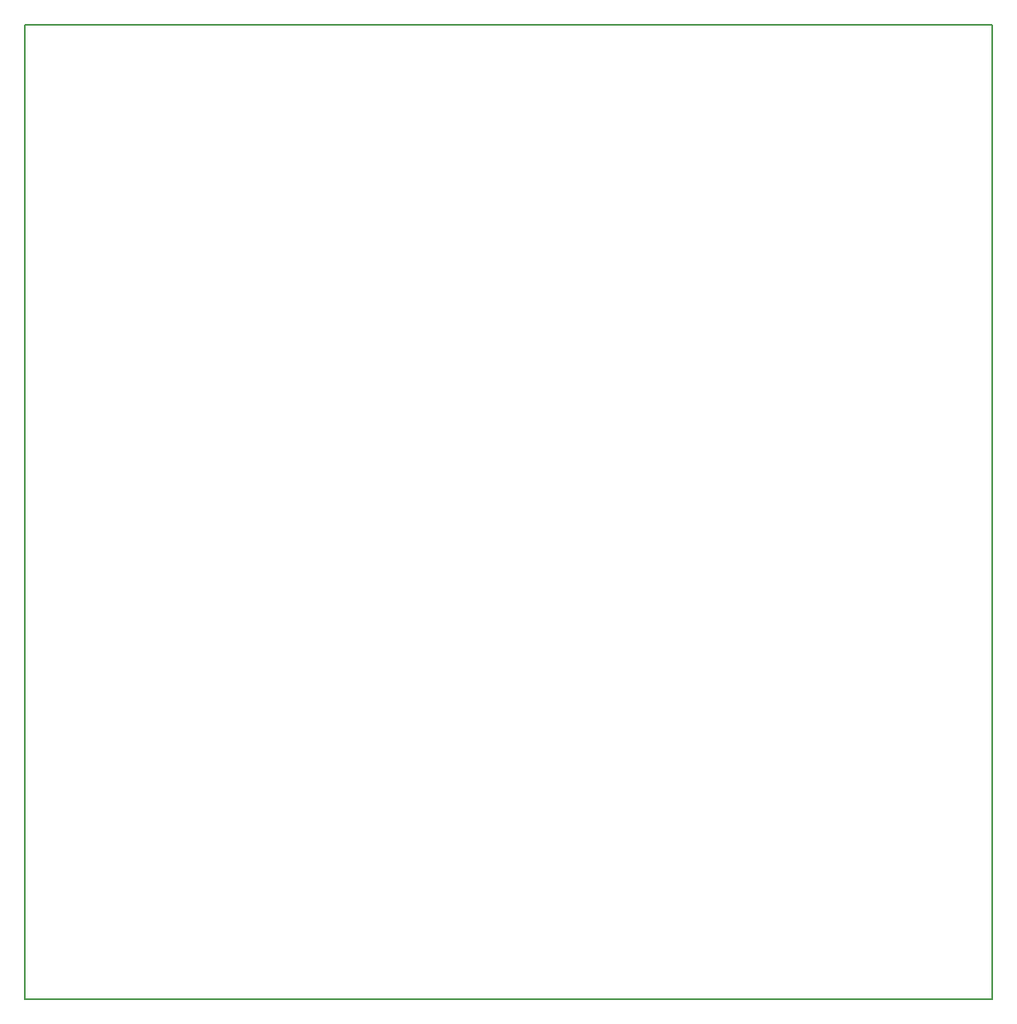
<source format=gm1>
G04 #@! TF.FileFunction,Profile,NP*
%FSLAX46Y46*%
G04 Gerber Fmt 4.6, Leading zero omitted, Abs format (unit mm)*
G04 Created by KiCad (PCBNEW 4.0.7) date 12/30/18 21:16:11*
%MOMM*%
%LPD*%
G01*
G04 APERTURE LIST*
%ADD10C,0.100000*%
%ADD11C,0.150000*%
G04 APERTURE END LIST*
D10*
D11*
X151765000Y-144145000D02*
X52705000Y-144145000D01*
X151765000Y-44450000D02*
X52705000Y-44450000D01*
X151765000Y-144145000D02*
X151765000Y-44450000D01*
X52705000Y-44450000D02*
X52705000Y-144145000D01*
M02*

</source>
